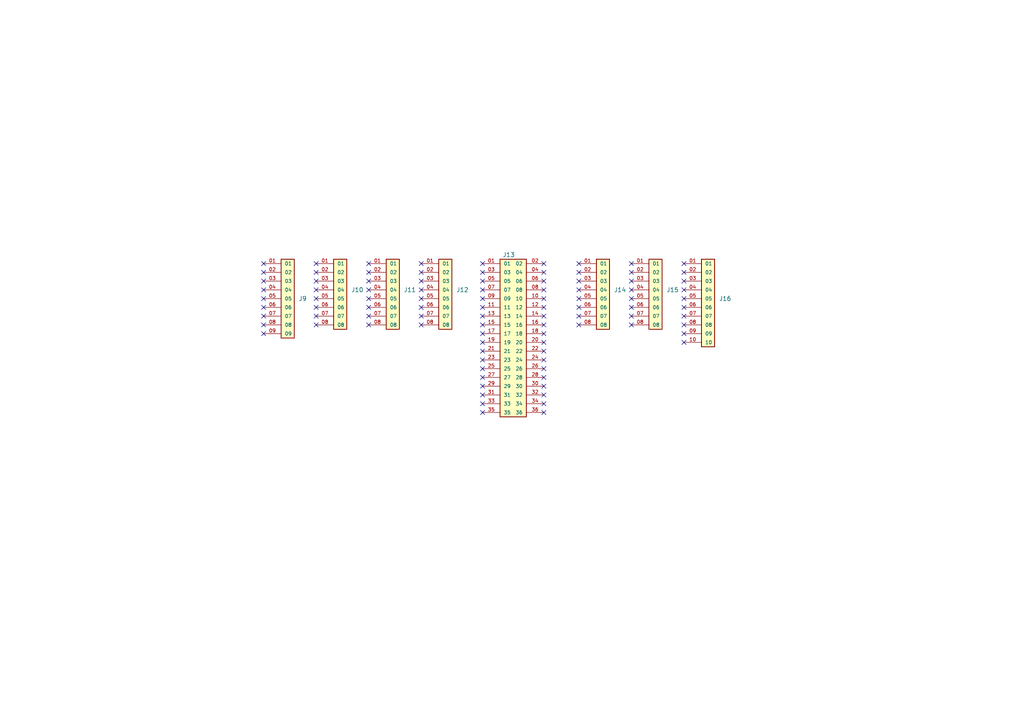
<source format=kicad_sch>
(kicad_sch (version 20231120) (generator "eeschema") (generator_version "8.0")
  (paper "A4")
  (lib_symbols
    (symbol "SSQ-108-01-G-S:SSQ-108-01-G-S" (pin_names (offset 1.016)) (on_board no)
      (property "Reference" "J" (at 6.35 0 0))
      (symbol "SSQ-108-01-G-S_0_0"
        (rectangle (start 0 8.89) (end 3.81 -11.43) (stroke (width 0.254)) (fill (type background)))
        (pin passive line (at -5.08 7.62 0) (length 5.08) (name "01") (number "01"))
        (pin passive line (at -5.08 5.08 0) (length 5.08) (name "02") (number "02"))
        (pin passive line (at -5.08 2.54 0) (length 5.08) (name "03") (number "03"))
        (pin passive line (at -5.08 0 0) (length 5.08) (name "04") (number "04"))
        (pin passive line (at -5.08 -2.54 0) (length 5.08) (name "05") (number "05"))
        (pin passive line (at -5.08 -5.08 0) (length 5.08) (name "06") (number "06"))
        (pin passive line (at -5.08 -7.62 0) (length 5.08) (name "07") (number "07"))
        (pin passive line (at -5.08 -10.16 0) (length 5.08) (name "08") (number "08"))
      )
    )
    (symbol "SSQ-109-01-G-S:SSQ-109-01-G-S" (pin_names (offset 1.016)) (on_board no)
      (property "Reference" "J" (at 5.08 0 0))
      (symbol "SSQ-109-01-G-S_0_0"
        (rectangle (start 0 11.43) (end 3.81 -11.43) (stroke (width 0.254)) (fill (type background)))
        (pin passive line (at -5.08 10.16 0) (length 5.08) (name "01") (number "01"))
        (pin passive line (at -5.08 7.62 0) (length 5.08) (name "02") (number "02"))
        (pin passive line (at -5.08 5.08 0) (length 5.08) (name "03") (number "03"))
        (pin passive line (at -5.08 2.54 0) (length 5.08) (name "04") (number "04"))
        (pin passive line (at -5.08 0 0) (length 5.08) (name "05") (number "05"))
        (pin passive line (at -5.08 -2.54 0) (length 5.08) (name "06") (number "06"))
        (pin passive line (at -5.08 -5.08 0) (length 5.08) (name "07") (number "07"))
        (pin passive line (at -5.08 -7.62 0) (length 5.08) (name "08") (number "08"))
        (pin passive line (at -5.08 -10.16 0) (length 5.08) (name "09") (number "09"))
      )
    )
    (symbol "SSQ-110-01-G-S:SSQ-110-01-G-S" (pin_names (offset 1.016)) (on_board no)
      (property "Reference" "J" (at 1.27 15.24 0))
      (symbol "SSQ-110-01-G-S_0_0"
        (rectangle (start 0 13.97) (end 3.81 -11.43) (stroke (width 0.254)) (fill (type background)))
        (pin passive line (at -5.08 12.7 0) (length 5.08) (name "01") (number "01"))
        (pin passive line (at -5.08 10.16 0) (length 5.08) (name "02") (number "02"))
        (pin passive line (at -5.08 7.62 0) (length 5.08) (name "03") (number "03"))
        (pin passive line (at -5.08 5.08 0) (length 5.08) (name "04") (number "04"))
        (pin passive line (at -5.08 2.54 0) (length 5.08) (name "05") (number "05"))
        (pin passive line (at -5.08 0 0) (length 5.08) (name "06") (number "06"))
        (pin passive line (at -5.08 -2.54 0) (length 5.08) (name "07") (number "07"))
        (pin passive line (at -5.08 -5.08 0) (length 5.08) (name "08") (number "08"))
        (pin passive line (at -5.08 -7.62 0) (length 5.08) (name "09") (number "09"))
        (pin passive line (at -5.08 -10.16 0) (length 5.08) (name "10") (number "10"))
      )
    )
    (symbol "SSQ-118-01-G-D:SSQ-118-01-G-D" (pin_names (offset 1.016)) (on_board no)
      (property "Reference" "J" (at 0 25.4 0))
      (symbol "SSQ-118-01-G-D_0_0"
        (rectangle (start -3.81 24.13) (end 3.81 -21.59) (stroke (width 0.254)) (fill (type background)))
        (pin passive line (at -8.89 22.86 0) (length 5.08) (name "01") (number "01"))
        (pin passive line (at 8.89 22.86 180) (length 5.08) (name "02") (number "02"))
        (pin passive line (at -8.89 20.32 0) (length 5.08) (name "03") (number "03"))
        (pin passive line (at 8.89 20.32 180) (length 5.08) (name "04") (number "04"))
        (pin passive line (at -8.89 17.78 0) (length 5.08) (name "05") (number "05"))
        (pin passive line (at 8.89 17.78 180) (length 5.08) (name "06") (number "06"))
        (pin passive line (at -8.89 15.24 0) (length 5.08) (name "07") (number "07"))
        (pin passive line (at 8.89 15.24 180) (length 5.08) (name "08") (number "08"))
        (pin passive line (at -8.89 12.7 0) (length 5.08) (name "09") (number "09"))
        (pin passive line (at 8.89 12.7 180) (length 5.08) (name "10") (number "10"))
        (pin passive line (at -8.89 10.16 0) (length 5.08) (name "11") (number "11"))
        (pin passive line (at 8.89 10.16 180) (length 5.08) (name "12") (number "12"))
        (pin passive line (at -8.89 7.62 0) (length 5.08) (name "13") (number "13"))
        (pin passive line (at 8.89 7.62 180) (length 5.08) (name "14") (number "14"))
        (pin passive line (at -8.89 5.08 0) (length 5.08) (name "15") (number "15"))
        (pin passive line (at 8.89 5.08 180) (length 5.08) (name "16") (number "16"))
        (pin passive line (at -8.89 2.54 0) (length 5.08) (name "17") (number "17"))
        (pin passive line (at 8.89 2.54 180) (length 5.08) (name "18") (number "18"))
        (pin passive line (at -8.89 0 0) (length 5.08) (name "19") (number "19"))
        (pin passive line (at 8.89 0 180) (length 5.08) (name "20") (number "20"))
        (pin passive line (at -8.89 -2.54 0) (length 5.08) (name "21") (number "21"))
        (pin passive line (at 8.89 -2.54 180) (length 5.08) (name "22") (number "22"))
        (pin passive line (at -8.89 -5.08 0) (length 5.08) (name "23") (number "23"))
        (pin passive line (at 8.89 -5.08 180) (length 5.08) (name "24") (number "24"))
        (pin passive line (at -8.89 -7.62 0) (length 5.08) (name "25") (number "25"))
        (pin passive line (at 8.89 -7.62 180) (length 5.08) (name "26") (number "26"))
        (pin passive line (at -8.89 -10.16 0) (length 5.08) (name "27") (number "27"))
        (pin passive line (at 8.89 -10.16 180) (length 5.08) (name "28") (number "28"))
        (pin passive line (at -8.89 -12.7 0) (length 5.08) (name "29") (number "29"))
        (pin passive line (at 8.89 -12.7 180) (length 5.08) (name "30") (number "30"))
        (pin passive line (at -8.89 -15.24 0) (length 5.08) (name "31") (number "31"))
        (pin passive line (at 8.89 -15.24 180) (length 5.08) (name "32") (number "32"))
        (pin passive line (at -8.89 -17.78 0) (length 5.08) (name "33") (number "33"))
        (pin passive line (at 8.89 -17.78 180) (length 5.08) (name "34") (number "34"))
        (pin passive line (at -8.89 -20.32 0) (length 5.08) (name "35") (number "35"))
        (pin passive line (at 8.89 -20.32 180) (length 5.08) (name "36") (number "36"))
      )
    )
  )
  (no_connect (at 183.134 89.154))
  (no_connect (at 198.374 91.694))
  (no_connect (at 157.734 119.634))
  (no_connect (at 157.734 89.154))
  (no_connect (at 76.454 76.454))
  (no_connect (at 106.934 78.994))
  (no_connect (at 157.734 86.614))
  (no_connect (at 122.174 86.614))
  (no_connect (at 139.954 81.534))
  (no_connect (at 167.894 81.534))
  (no_connect (at 183.134 86.614))
  (no_connect (at 76.454 78.994))
  (no_connect (at 198.374 96.774))
  (no_connect (at 91.694 89.154))
  (no_connect (at 91.694 86.614))
  (no_connect (at 139.954 76.454))
  (no_connect (at 139.954 104.394))
  (no_connect (at 157.734 106.934))
  (no_connect (at 183.134 94.234))
  (no_connect (at 139.954 101.854))
  (no_connect (at 122.174 78.994))
  (no_connect (at 91.694 94.234))
  (no_connect (at 198.374 99.314))
  (no_connect (at 106.934 84.074))
  (no_connect (at 183.134 78.994))
  (no_connect (at 106.934 81.534))
  (no_connect (at 183.134 91.694))
  (no_connect (at 122.174 84.074))
  (no_connect (at 157.734 114.554))
  (no_connect (at 139.954 89.154))
  (no_connect (at 139.954 114.554))
  (no_connect (at 76.454 94.234))
  (no_connect (at 157.734 112.014))
  (no_connect (at 76.454 86.614))
  (no_connect (at 122.174 81.534))
  (no_connect (at 157.734 84.074))
  (no_connect (at 76.454 84.074))
  (no_connect (at 198.374 78.994))
  (no_connect (at 139.954 86.614))
  (no_connect (at 157.734 101.854))
  (no_connect (at 106.934 94.234))
  (no_connect (at 183.134 76.454))
  (no_connect (at 106.934 89.154))
  (no_connect (at 167.894 84.074))
  (no_connect (at 139.954 94.234))
  (no_connect (at 167.894 76.454))
  (no_connect (at 91.694 81.534))
  (no_connect (at 157.734 76.454))
  (no_connect (at 167.894 86.614))
  (no_connect (at 76.454 81.534))
  (no_connect (at 198.374 81.534))
  (no_connect (at 167.894 89.154))
  (no_connect (at 139.954 96.774))
  (no_connect (at 139.954 78.994))
  (no_connect (at 122.174 94.234))
  (no_connect (at 198.374 84.074))
  (no_connect (at 139.954 117.094))
  (no_connect (at 167.894 78.994))
  (no_connect (at 139.954 109.474))
  (no_connect (at 139.954 119.634))
  (no_connect (at 157.734 78.994))
  (no_connect (at 139.954 106.934))
  (no_connect (at 198.374 94.234))
  (no_connect (at 76.454 91.694))
  (no_connect (at 106.934 76.454))
  (no_connect (at 167.894 94.234))
  (no_connect (at 139.954 91.694))
  (no_connect (at 139.954 99.314))
  (no_connect (at 106.934 86.614))
  (no_connect (at 183.134 84.074))
  (no_connect (at 139.954 84.074))
  (no_connect (at 198.374 86.614))
  (no_connect (at 157.734 99.314))
  (no_connect (at 91.694 91.694))
  (no_connect (at 139.954 112.014))
  (no_connect (at 157.734 117.094))
  (no_connect (at 183.134 81.534))
  (no_connect (at 122.174 76.454))
  (no_connect (at 76.454 89.154))
  (no_connect (at 91.694 76.454))
  (no_connect (at 122.174 91.694))
  (no_connect (at 106.934 91.694))
  (no_connect (at 157.734 81.534))
  (no_connect (at 157.734 109.474))
  (no_connect (at 157.734 91.694))
  (no_connect (at 91.694 78.994))
  (no_connect (at 198.374 89.154))
  (no_connect (at 198.374 76.454))
  (no_connect (at 76.454 96.774))
  (no_connect (at 157.734 94.234))
  (no_connect (at 167.894 91.694))
  (no_connect (at 91.694 84.074))
  (no_connect (at 157.734 96.774))
  (no_connect (at 122.174 89.154))
  (no_connect (at 157.734 104.394))
  (symbol (lib_id "SSQ-108-01-G-S:SSQ-108-01-G-S") (at 172.974 84.074 0) (unit 1) (exclude_from_sim yes) (on_board no)
    (property "Reference" "J14" (at 178.054 84.074 0) (effects (justify left)))
    (property "Value" "SSQ-108-01-G-S" (effects (hide yes)))
    (property "Footprint" "SSQ-108-01-G-S:SAMTEC_SSQ-108-01-G-S" (effects (hide yes)))
    (property "Description" "CONN RCPT 8POS 0.1 GOLD PCB" (effects (hide yes)))
    (property "Manufacturer" "Samtec Inc." (effects (hide yes)))
    (property "MPN" "SSQ-108-01-G-S" (effects (hide yes)))
    (property "Supplier" "Digi-Key" (effects (hide yes)))
    (property "SPN" "SAM1180-08-ND" (effects (hide yes)))
  )
  (symbol (lib_id "SSQ-108-01-G-S:SSQ-108-01-G-S") (at 96.774 84.074 0) (unit 1) (exclude_from_sim yes) (on_board no)
    (property "Reference" "J10" (at 101.854 84.074 0) (effects (justify left)))
    (property "Value" "SSQ-108-01-G-S" (effects (hide yes)))
    (property "Footprint" "SSQ-108-01-G-S:SAMTEC_SSQ-108-01-G-S" (effects (hide yes)))
    (property "Description" "CONN RCPT 8POS 0.1 GOLD PCB" (effects (hide yes)))
    (property "Manufacturer" "Samtec Inc." (effects (hide yes)))
    (property "MPN" "SSQ-108-01-G-S" (effects (hide yes)))
    (property "Supplier" "Digi-Key" (effects (hide yes)))
    (property "SPN" "SAM1180-08-ND" (effects (hide yes)))
  )
  (symbol (lib_id "SSQ-108-01-G-S:SSQ-108-01-G-S") (at 188.214 84.074 0) (unit 1) (exclude_from_sim yes) (on_board no)
    (property "Reference" "J15" (at 193.294 84.074 0) (effects (justify left)))
    (property "Value" "SSQ-108-01-G-S" (effects (hide yes)))
    (property "Footprint" "SSQ-108-01-G-S:SAMTEC_SSQ-108-01-G-S" (effects (hide yes)))
    (property "Description" "CONN RCPT 8POS 0.1 GOLD PCB" (effects (hide yes)))
    (property "Manufacturer" "Samtec Inc." (effects (hide yes)))
    (property "MPN" "SSQ-108-01-G-S" (effects (hide yes)))
    (property "Supplier" "Digi-Key" (effects (hide yes)))
    (property "SPN" "SAM1180-08-ND" (effects (hide yes)))
  )
  (symbol (lib_id "SSQ-118-01-G-D:SSQ-118-01-G-D") (at 148.844 99.314 0) (unit 1) (exclude_from_sim yes) (on_board no)
    (property "Reference" "J13" (at 147.574 73.914 0))
    (property "Value" "SSQ-118-01-G-D" (effects (hide yes)))
    (property "Footprint" "SAMTEC_SSQ-118-01-G-D" (effects (hide yes)))
    (property "Description" "CONN RCPT 36POS 0.1 GOLD PCB" (effects (hide yes)))
    (property "Manufacturer" "Samtec Inc." (effects (hide yes)))
    (property "MPN" "SSQ-118-01-G-D" (effects (hide yes)))
    (property "Supplier" "Digi-Key" (effects (hide yes)))
    (property "SPN" "SAM1179-18-ND" (effects (hide yes)))
  )
  (symbol (lib_id "SSQ-108-01-G-S:SSQ-108-01-G-S") (at 112.014 84.074 0) (unit 1) (exclude_from_sim yes) (on_board no)
    (property "Reference" "J11" (at 117.094 84.074 0) (effects (justify left)))
    (property "Value" "SSQ-108-01-G-S" (effects (hide yes)))
    (property "Footprint" "SSQ-108-01-G-S:SAMTEC_SSQ-108-01-G-S" (effects (hide yes)))
    (property "Description" "CONN RCPT 8POS 0.1 GOLD PCB" (effects (hide yes)))
    (property "Manufacturer" "Samtec Inc." (effects (hide yes)))
    (property "MPN" "SSQ-108-01-G-S" (effects (hide yes)))
    (property "Supplier" "Digi-Key" (effects (hide yes)))
    (property "SPN" "SAM1180-08-ND" (effects (hide yes)))
  )
  (symbol (lib_id "SSQ-109-01-G-S:SSQ-109-01-G-S") (at 81.534 86.614 0) (unit 1) (exclude_from_sim yes) (on_board no)
    (property "Reference" "J9" (at 86.614 86.614 0) (effects (justify left)))
    (property "Value" "SSQ-109-01-G-S" (effects (hide yes)))
    (property "Footprint" "SAMTEC_SSQ-109-01-G-S" (effects (hide yes)))
    (property "Description" "CONN RCPT 9POS 0.1 GOLD PCB" (effects (hide yes)))
    (property "Manufacturer" "Samtec Inc." (effects (hide yes)))
    (property "MPN" "SSQ-109-01-G-S" (effects (hide yes)))
    (property "Supplier" "Digi-Key" (effects (hide yes)))
    (property "SPN" "SAM1180-09-ND" (effects (hide yes)))
  )
  (symbol (lib_id "SSQ-110-01-G-S:SSQ-110-01-G-S") (at 203.454 89.154 0) (unit 1) (exclude_from_sim yes) (on_board no)
    (property "Reference" "J16" (at 208.534 86.614 0) (effects (justify left)))
    (property "Value" "SSQ-110-01-G-S" (effects (hide yes)))
    (property "Footprint" "SAMTEC_SSQ-110-01-G-S" (effects (hide yes)))
    (property "Description" "CONN RCPT 10POS 0.1 GOLD PCB" (effects (hide yes)))
    (property "Manufacturer" "Samtec Inc." (effects (hide yes)))
    (property "MPN" "SSQ-110-01-G-S" (effects (hide yes)))
    (property "Supplier" "Digi-Key" (effects (hide yes)))
    (property "SPN" "SAM1180-10-ND" (effects (hide yes)))
  )
  (symbol (lib_id "SSQ-108-01-G-S:SSQ-108-01-G-S") (at 127.254 84.074 0) (unit 1) (exclude_from_sim yes) (on_board no)
    (property "Reference" "J12" (at 132.334 84.074 0) (effects (justify left)))
    (property "Value" "SSQ-108-01-G-S" (effects (hide yes)))
    (property "Footprint" "SSQ-108-01-G-S:SAMTEC_SSQ-108-01-G-S" (effects (hide yes)))
    (property "Description" "CONN RCPT 8POS 0.1 GOLD PCB" (effects (hide yes)))
    (property "Manufacturer" "Samtec Inc." (effects (hide yes)))
    (property "MPN" "SSQ-108-01-G-S" (effects (hide yes)))
    (property "Supplier" "Digi-Key" (effects (hide yes)))
    (property "SPN" "SAM1180-08-ND" (effects (hide yes)))
  )
)
</source>
